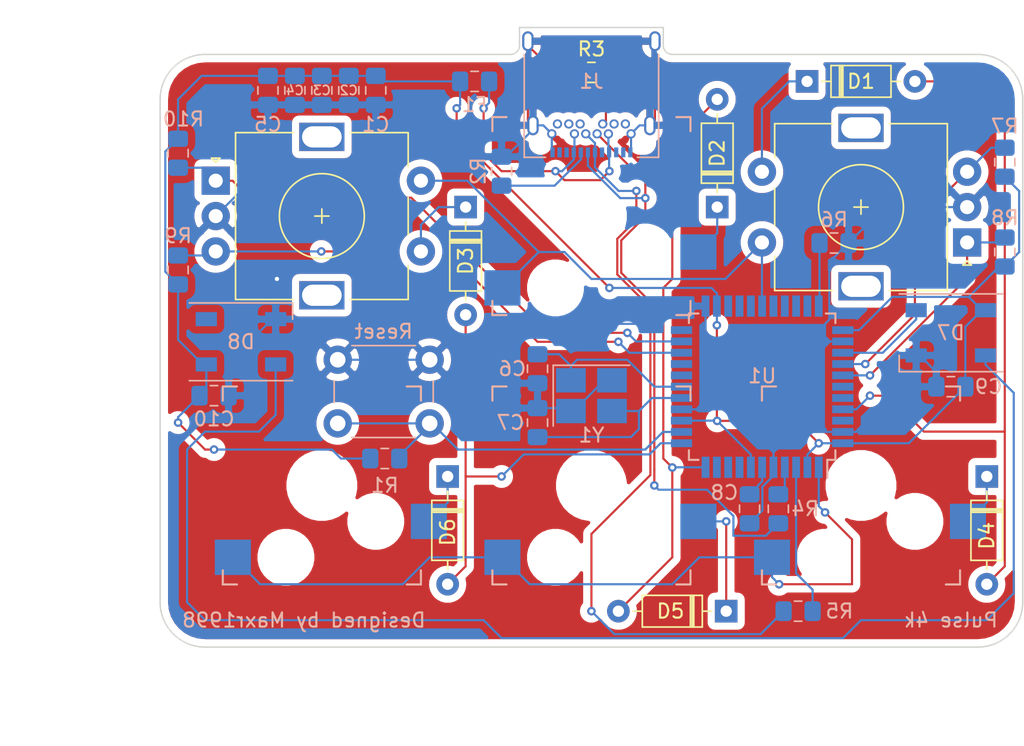
<source format=kicad_pcb>
(kicad_pcb (version 20171130) (host pcbnew 5.1.2)
  (layers (0 F.Cu signal) (31 B.Cu signal) (34 B.Paste user) (35 F.Paste user) (36 B.SilkS user) (37 F.SilkS user) (38 B.Mask user) (39 F.Mask user) (44 Edge.Cuts user))
  (net 0 "")
  (net 1 GND)
  (net 2 VBUS)
  (net 3 "Net-(C6-Pad2)")
  (net 4 "Net-(C7-Pad1)")
  (net 5 "Net-(C8-Pad1)")
  (net 6 col0)
  (net 7 "Net-(D1-Pad1)")
  (net 8 col1)
  (net 9 "Net-(D2-Pad1)")
  (net 10 col2)
  (net 11 "Net-(D3-Pad1)")
  (net 12 "Net-(D4-Pad1)")
  (net 13 "Net-(D5-Pad1)")
  (net 14 "Net-(D6-Pad1)")
  (net 15 led0)
  (net 16 "Net-(J1-PadB8)")
  (net 17 "Net-(J1-PadB5)")
  (net 18 "Net-(J1-PadA7)")
  (net 19 "Net-(J1-PadA6)")
  (net 20 "Net-(J1-PadA8)")
  (net 21 "Net-(J1-PadA5)")
  (net 22 "Net-(R1-Pad1)")
  (net 23 "Net-(R4-Pad1)")
  (net 24 "Net-(R5-Pad1)")
  (net 25 "Net-(R6-Pad2)")
  (net 26 row0)
  (net 27 row1)
  (net 28 "Net-(U1-Pad42)")
  (net 29 "Net-(U1-Pad22)")
  (net 30 "Net-(U1-Pad25)")
  (net 31 "Net-(U1-Pad19)")
  (net 32 "Net-(U1-Pad18)")
  (net 33 VCC)
  (net 34 "Net-(D7-Pad2)")
  (net 35 "Net-(D8-Pad2)")
  (net 36 "Net-(U1-Pad8)")
  (net 37 "Net-(U1-Pad9)")
  (net 38 "Net-(U1-Pad10)")
  (net 39 "Net-(U1-Pad26)")
  (net 40 "Net-(U1-Pad27)")
  (net 41 "Net-(U1-Pad29)")
  (net 42 "Net-(U1-Pad30)")
  (net 43 "Net-(U1-Pad31)")
  (net 44 "Net-(U1-Pad32)")
  (net 45 "Net-(U1-Pad39)")
  (net 46 "Net-(U1-Pad40)")
  (net 47 R1A)
  (net 48 R1B)
  (net 49 R2A)
  (net 50 R2B)
  (module keyswitches:Kailh_socket_plate_mount (layer F.Cu) (at 158.75 95.25 180)
    (fp_text reference SW4 hide)
    (fp_text value SW_Push)
    (pad 2 smd rect (at -7.56 -2.54 180) (size 2.55 2.5) (layers B.Cu B.Paste B.Mask) (net 9 "Net-(D2-Pad1)"))
    (pad "" np_thru_hole circle (at 0 0 180) (size 3.9878 3.9878) (drill 3.9878) (layers *.Cu *.Mask))
    (pad "" np_thru_hole circle (at -3.81 -2.54 180) (size 3 3) (drill 3) (layers *.Cu *.Mask))
    (pad "" np_thru_hole circle (at 2.54 -5.08 180) (size 3 3) (drill 3) (layers *.Cu *.Mask))
    (pad 1 smd rect (at 6.29 -5.08 180) (size 2.55 2.5) (layers B.Cu B.Paste B.Mask) (net 26 row0))
  )
  (module Resistor_SMD:R_0805_2012Metric_Pad1.15x1.40mm_HandSolder (layer B.Cu) (at 129.54 90.805 270)
    (fp_text reference R10 (at -2.413 -0.381 180) (layer B.SilkS) (effects (justify mirror)))
    (fp_text value 10k)
    (pad 2 smd roundrect (at 1.025 0 270) (size 1.15 1.4) (layers B.Cu B.Paste B.Mask) (roundrect_rratio 0.217391) (net 49 R2A))
    (pad 1 smd roundrect (at -1.025 0 270) (size 1.15 1.4) (layers B.Cu B.Paste B.Mask) (roundrect_rratio 0.217391) (net 33 VCC))
  )
  (module Resistor_SMD:R_0805_2012Metric_Pad1.15x1.40mm_HandSolder (layer B.Cu) (at 129.54 99.06 270)
    (fp_text reference R9 (at -2.413 0 180) (layer B.SilkS) (effects (justify mirror)))
    (fp_text value 10k)
    (pad 2 smd roundrect (at 1.025 0 270) (size 1.15 1.4) (layers B.Cu B.Paste B.Mask) (roundrect_rratio 0.217391) (net 33 VCC))
    (pad 1 smd roundrect (at -1.025 0 270) (size 1.15 1.4) (layers B.Cu B.Paste B.Mask) (roundrect_rratio 0.217391) (net 50 R2B))
  )
  (module Resistor_SMD:R_0805_2012Metric_Pad1.15x1.40mm_HandSolder (layer B.Cu) (at 187.96 97.79 90)
    (fp_text reference R8 (at 2.413 0 180) (layer B.SilkS) (effects (justify mirror)))
    (fp_text value 10k)
    (pad 2 smd roundrect (at 1.025 0 90) (size 1.15 1.4) (layers B.Cu B.Paste B.Mask) (roundrect_rratio 0.217391) (net 47 R1A))
    (pad 1 smd roundrect (at -1.025 0 90) (size 1.15 1.4) (layers B.Cu B.Paste B.Mask) (roundrect_rratio 0.217391) (net 33 VCC))
  )
  (module Resistor_SMD:R_0805_2012Metric_Pad1.15x1.40mm_HandSolder (layer B.Cu) (at 187.96 91.44 270)
    (fp_text reference R7 (at -2.54 0 180) (layer B.SilkS) (effects (justify mirror)))
    (fp_text value 10k)
    (pad 2 smd roundrect (at 1.025 0 270) (size 1.15 1.4) (layers B.Cu B.Paste B.Mask) (roundrect_rratio 0.217391) (net 33 VCC))
    (pad 1 smd roundrect (at -1.025 0 270) (size 1.15 1.4) (layers B.Cu B.Paste B.Mask) (roundrect_rratio 0.217391) (net 48 R1B))
  )
  (module Crystal:Crystal_SMD_SeikoEpson_TSX3225-4Pin_3.2x2.5mm_HandSoldering (layer B.Cu) (at 158.75 107.95)
    (fp_text reference Y1 (at 0 2.794) (layer B.SilkS) (effects (justify mirror)))
    (fp_text value TSX3225)
    (pad 4 smd rect (at -1.45 1.0875) (size 2.1 1.725) (layers B.Cu B.Paste B.Mask) (net 1 GND))
    (pad 3 smd rect (at 1.45 1.0875) (size 2.1 1.725) (layers B.Cu B.Paste B.Mask) (net 4 "Net-(C7-Pad1)"))
    (pad 2 smd rect (at 1.45 -1.0875) (size 2.1 1.725) (layers B.Cu B.Paste B.Mask) (net 1 GND))
    (pad 1 smd rect (at -1.45 -1.0875) (size 2.1 1.725) (layers B.Cu B.Paste B.Mask) (net 3 "Net-(C6-Pad2)"))
  )
  (module Package_QFP:TQFP-44_10x10mm_P0.8mm (layer B.Cu) (at 170.815 107.315 90)
    (fp_text reference U1 (at 0.762 0 180) (layer B.SilkS) (effects (justify mirror)))
    (fp_text value ATmega32U4-AU)
    (pad 44 smd rect (at -4 5.7) (size 1.5 0.55) (layers B.Cu B.Paste B.Mask) (net 33 VCC))
    (pad 43 smd rect (at -3.2 5.7) (size 1.5 0.55) (layers B.Cu B.Paste B.Mask) (net 1 GND))
    (pad 42 smd rect (at -2.4 5.7) (size 1.5 0.55) (layers B.Cu B.Paste B.Mask) (net 28 "Net-(U1-Pad42)"))
    (pad 41 smd rect (at -1.6 5.7) (size 1.5 0.55) (layers B.Cu B.Paste B.Mask) (net 6 col0))
    (pad 40 smd rect (at -0.8 5.7) (size 1.5 0.55) (layers B.Cu B.Paste B.Mask) (net 46 "Net-(U1-Pad40)"))
    (pad 39 smd rect (at 0 5.7) (size 1.5 0.55) (layers B.Cu B.Paste B.Mask) (net 45 "Net-(U1-Pad39)"))
    (pad 38 smd rect (at 0.8 5.7) (size 1.5 0.55) (layers B.Cu B.Paste B.Mask) (net 47 R1A))
    (pad 37 smd rect (at 1.6 5.7) (size 1.5 0.55) (layers B.Cu B.Paste B.Mask) (net 48 R1B))
    (pad 36 smd rect (at 2.4 5.7) (size 1.5 0.55) (layers B.Cu B.Paste B.Mask) (net 15 led0))
    (pad 35 smd rect (at 3.2 5.7) (size 1.5 0.55) (layers B.Cu B.Paste B.Mask) (net 1 GND))
    (pad 34 smd rect (at 4 5.7) (size 1.5 0.55) (layers B.Cu B.Paste B.Mask) (net 33 VCC))
    (pad 33 smd rect (at 5.7 4 90) (size 1.5 0.55) (layers B.Cu B.Paste B.Mask) (net 25 "Net-(R6-Pad2)"))
    (pad 32 smd rect (at 5.7 3.2 90) (size 1.5 0.55) (layers B.Cu B.Paste B.Mask) (net 44 "Net-(U1-Pad32)"))
    (pad 31 smd rect (at 5.7 2.4 90) (size 1.5 0.55) (layers B.Cu B.Paste B.Mask) (net 43 "Net-(U1-Pad31)"))
    (pad 30 smd rect (at 5.7 1.6 90) (size 1.5 0.55) (layers B.Cu B.Paste B.Mask) (net 42 "Net-(U1-Pad30)"))
    (pad 29 smd rect (at 5.7 0.8 90) (size 1.5 0.55) (layers B.Cu B.Paste B.Mask) (net 41 "Net-(U1-Pad29)"))
    (pad 28 smd rect (at 5.7 0 90) (size 1.5 0.55) (layers B.Cu B.Paste B.Mask) (net 26 row0))
    (pad 27 smd rect (at 5.7 -0.8 90) (size 1.5 0.55) (layers B.Cu B.Paste B.Mask) (net 40 "Net-(U1-Pad27)"))
    (pad 26 smd rect (at 5.7 -1.6 90) (size 1.5 0.55) (layers B.Cu B.Paste B.Mask) (net 39 "Net-(U1-Pad26)"))
    (pad 25 smd rect (at 5.7 -2.4 90) (size 1.5 0.55) (layers B.Cu B.Paste B.Mask) (net 30 "Net-(U1-Pad25)"))
    (pad 24 smd rect (at 5.7 -3.2 90) (size 1.5 0.55) (layers B.Cu B.Paste B.Mask) (net 33 VCC))
    (pad 23 smd rect (at 5.7 -4 90) (size 1.5 0.55) (layers B.Cu B.Paste B.Mask) (net 1 GND))
    (pad 22 smd rect (at 4 -5.7) (size 1.5 0.55) (layers B.Cu B.Paste B.Mask) (net 29 "Net-(U1-Pad22)"))
    (pad 21 smd rect (at 3.2 -5.7) (size 1.5 0.55) (layers B.Cu B.Paste B.Mask) (net 49 R2A))
    (pad 20 smd rect (at 2.4 -5.7) (size 1.5 0.55) (layers B.Cu B.Paste B.Mask) (net 50 R2B))
    (pad 19 smd rect (at 1.6 -5.7) (size 1.5 0.55) (layers B.Cu B.Paste B.Mask) (net 31 "Net-(U1-Pad19)"))
    (pad 18 smd rect (at 0.8 -5.7) (size 1.5 0.55) (layers B.Cu B.Paste B.Mask) (net 32 "Net-(U1-Pad18)"))
    (pad 17 smd rect (at 0 -5.7) (size 1.5 0.55) (layers B.Cu B.Paste B.Mask) (net 3 "Net-(C6-Pad2)"))
    (pad 16 smd rect (at -0.8 -5.7) (size 1.5 0.55) (layers B.Cu B.Paste B.Mask) (net 4 "Net-(C7-Pad1)"))
    (pad 15 smd rect (at -1.6 -5.7) (size 1.5 0.55) (layers B.Cu B.Paste B.Mask) (net 1 GND))
    (pad 14 smd rect (at -2.4 -5.7) (size 1.5 0.55) (layers B.Cu B.Paste B.Mask) (net 33 VCC))
    (pad 13 smd rect (at -3.2 -5.7) (size 1.5 0.55) (layers B.Cu B.Paste B.Mask) (net 22 "Net-(R1-Pad1)"))
    (pad 12 smd rect (at -4 -5.7) (size 1.5 0.55) (layers B.Cu B.Paste B.Mask) (net 10 col2))
    (pad 11 smd rect (at -5.7 -4 90) (size 1.5 0.55) (layers B.Cu B.Paste B.Mask) (net 8 col1))
    (pad 10 smd rect (at -5.7 -3.2 90) (size 1.5 0.55) (layers B.Cu B.Paste B.Mask) (net 38 "Net-(U1-Pad10)"))
    (pad 9 smd rect (at -5.7 -2.4 90) (size 1.5 0.55) (layers B.Cu B.Paste B.Mask) (net 37 "Net-(U1-Pad9)"))
    (pad 8 smd rect (at -5.7 -1.6 90) (size 1.5 0.55) (layers B.Cu B.Paste B.Mask) (net 36 "Net-(U1-Pad8)"))
    (pad 7 smd rect (at -5.7 -0.8 90) (size 1.5 0.55) (layers B.Cu B.Paste B.Mask) (net 33 VCC))
    (pad 6 smd rect (at -5.7 0 90) (size 1.5 0.55) (layers B.Cu B.Paste B.Mask) (net 5 "Net-(C8-Pad1)"))
    (pad 5 smd rect (at -5.7 0.8 90) (size 1.5 0.55) (layers B.Cu B.Paste B.Mask) (net 1 GND))
    (pad 4 smd rect (at -5.7 1.6 90) (size 1.5 0.55) (layers B.Cu B.Paste B.Mask) (net 23 "Net-(R4-Pad1)"))
    (pad 3 smd rect (at -5.7 2.4 90) (size 1.5 0.55) (layers B.Cu B.Paste B.Mask) (net 24 "Net-(R5-Pad1)"))
    (pad 2 smd rect (at -5.7 3.2 90) (size 1.5 0.55) (layers B.Cu B.Paste B.Mask) (net 33 VCC))
    (pad 1 smd rect (at -5.7 4 90) (size 1.5 0.55) (layers B.Cu B.Paste B.Mask) (net 27 row1))
  )
  (module keyswitches:Kailh_socket_plate_mount (layer F.Cu) (at 139.7 114.3 180)
    (fp_text reference SW7 hide)
    (fp_text value SW_Push)
    (pad 2 smd rect (at -7.56 -2.54 180) (size 2.55 2.5) (layers B.Cu B.Paste B.Mask) (net 14 "Net-(D6-Pad1)"))
    (pad "" np_thru_hole circle (at 0 0 180) (size 3.9878 3.9878) (drill 3.9878) (layers *.Cu *.Mask))
    (pad "" np_thru_hole circle (at -3.81 -2.54 180) (size 3 3) (drill 3) (layers *.Cu *.Mask))
    (pad "" np_thru_hole circle (at 2.54 -5.08 180) (size 3 3) (drill 3) (layers *.Cu *.Mask))
    (pad 1 smd rect (at 6.29 -5.08 180) (size 2.55 2.5) (layers B.Cu B.Paste B.Mask) (net 27 row1))
  )
  (module keyswitches:Kailh_socket_plate_mount (layer F.Cu) (at 158.75 114.3 180)
    (fp_text reference SW6 hide)
    (fp_text value SW_Push)
    (pad 2 smd rect (at -7.56 -2.54 180) (size 2.55 2.5) (layers B.Cu B.Paste B.Mask) (net 13 "Net-(D5-Pad1)"))
    (pad "" np_thru_hole circle (at 0 0 180) (size 3.9878 3.9878) (drill 3.9878) (layers *.Cu *.Mask))
    (pad "" np_thru_hole circle (at -3.81 -2.54 180) (size 3 3) (drill 3) (layers *.Cu *.Mask))
    (pad "" np_thru_hole circle (at 2.54 -5.08 180) (size 3 3) (drill 3) (layers *.Cu *.Mask))
    (pad 1 smd rect (at 6.29 -5.08 180) (size 2.55 2.5) (layers B.Cu B.Paste B.Mask) (net 27 row1))
  )
  (module keyswitches:Kailh_socket_plate_mount (layer F.Cu) (at 177.8 114.3 180)
    (fp_text reference SW5 hide)
    (fp_text value SW_Push)
    (pad 2 smd rect (at -7.56 -2.54 180) (size 2.55 2.5) (layers B.Cu B.Paste B.Mask) (net 12 "Net-(D4-Pad1)"))
    (pad "" np_thru_hole circle (at 0 0 180) (size 3.9878 3.9878) (drill 3.9878) (layers *.Cu *.Mask))
    (pad "" np_thru_hole circle (at -3.81 -2.54 180) (size 3 3) (drill 3) (layers *.Cu *.Mask))
    (pad "" np_thru_hole circle (at 2.54 -5.08 180) (size 3 3) (drill 3) (layers *.Cu *.Mask))
    (pad 1 smd rect (at 6.29 -5.08 180) (size 2.55 2.5) (layers B.Cu B.Paste B.Mask) (net 27 row1))
  )
  (module Rotary_Encoder:RotaryEncoder_Alps_EC11E-Switch_Vertical_H20mm (layer F.Cu) (at 132.2 92.75)
    (fp_text reference SW3 hide)
    (fp_text value EC11)
    (pad A thru_hole rect (at 0 0) (size 2 2) (drill 1) (layers *.Cu *.Mask) (net 49 R2A))
    (pad C thru_hole circle (at 0 2.5) (size 2 2) (drill 1) (layers *.Cu *.Mask) (net 1 GND))
    (pad B thru_hole circle (at 0 5) (size 2 2) (drill 1) (layers *.Cu *.Mask) (net 50 R2B))
    (pad MP thru_hole rect (at 7.5 -3.1) (size 3.2 2) (drill oval 2.8 1.5) (layers *.Cu *.Mask))
    (pad MP thru_hole rect (at 7.5 8.1) (size 3.2 2) (drill oval 2.8 1.5) (layers *.Cu *.Mask))
    (pad S2 thru_hole circle (at 14.5 0) (size 2 2) (drill 1) (layers *.Cu *.Mask) (net 26 row0))
    (pad S1 thru_hole circle (at 14.5 5) (size 2 2) (drill 1) (layers *.Cu *.Mask) (net 11 "Net-(D3-Pad1)"))
  )
  (module Rotary_Encoder:RotaryEncoder_Alps_EC11E-Switch_Vertical_H20mm (layer F.Cu) (at 185.3 97.115 180)
    (fp_text reference SW2)
    (fp_text value EC11)
    (pad A thru_hole rect (at 0 0 180) (size 2 2) (drill 1) (layers *.Cu *.Mask) (net 47 R1A))
    (pad C thru_hole circle (at 0 2.5 180) (size 2 2) (drill 1) (layers *.Cu *.Mask) (net 1 GND))
    (pad B thru_hole circle (at 0 5 180) (size 2 2) (drill 1) (layers *.Cu *.Mask) (net 48 R1B))
    (pad MP thru_hole rect (at 7.5 -3.1 180) (size 3.2 2) (drill oval 2.8 1.5) (layers *.Cu *.Mask))
    (pad MP thru_hole rect (at 7.5 8.1 180) (size 3.2 2) (drill oval 2.8 1.5) (layers *.Cu *.Mask))
    (pad S2 thru_hole circle (at 14.5 0 180) (size 2 2) (drill 1) (layers *.Cu *.Mask) (net 26 row0))
    (pad S1 thru_hole circle (at 14.5 5 180) (size 2 2) (drill 1) (layers *.Cu *.Mask) (net 7 "Net-(D1-Pad1)"))
  )
  (module Button_Switch_THT:SW_PUSH_6mm (layer B.Cu) (at 147.32 105.41 180)
    (fp_text reference Reset (at 3.25 2) (layer B.SilkS) (effects (justify mirror)))
    (fp_text value Reset)
    (pad 1 thru_hole circle (at 6.5 0 90) (size 2 2) (drill 1.1) (layers *.Cu *.Mask) (net 1 GND))
    (pad 2 thru_hole circle (at 6.5 -4.5 90) (size 2 2) (drill 1.1) (layers *.Cu *.Mask) (net 22 "Net-(R1-Pad1)"))
    (pad 1 thru_hole circle (at 0 0 90) (size 2 2) (drill 1.1) (layers *.Cu *.Mask) (net 1 GND))
    (pad 2 thru_hole circle (at 0 -4.5 90) (size 2 2) (drill 1.1) (layers *.Cu *.Mask) (net 22 "Net-(R1-Pad1)"))
  )
  (module Resistor_SMD:R_0805_2012Metric_Pad1.15x1.40mm_HandSolder (layer B.Cu) (at 175.895 97.155 180)
    (fp_text reference R6 (at 0 1.65) (layer B.SilkS) (effects (justify mirror)))
    (fp_text value 10k)
    (pad 2 smd roundrect (at 1.025 0 180) (size 1.15 1.4) (layers B.Cu B.Paste B.Mask) (roundrect_rratio 0.217391) (net 25 "Net-(R6-Pad2)"))
    (pad 1 smd roundrect (at -1.025 0 180) (size 1.15 1.4) (layers B.Cu B.Paste B.Mask) (roundrect_rratio 0.217391) (net 1 GND))
  )
  (module Resistor_SMD:R_0805_2012Metric_Pad1.15x1.40mm_HandSolder (layer B.Cu) (at 173.355 123.19 180)
    (fp_text reference R5 (at -2.921 0) (layer B.SilkS) (effects (justify mirror)))
    (fp_text value 22)
    (pad 2 smd roundrect (at 1.025 0 180) (size 1.15 1.4) (layers B.Cu B.Paste B.Mask) (roundrect_rratio 0.217391) (net 18 "Net-(J1-PadA7)"))
    (pad 1 smd roundrect (at -1.025 0 180) (size 1.15 1.4) (layers B.Cu B.Paste B.Mask) (roundrect_rratio 0.217391) (net 24 "Net-(R5-Pad1)"))
  )
  (module Resistor_SMD:R_0805_2012Metric_Pad1.15x1.40mm_HandSolder (layer B.Cu) (at 171.958 115.951 270)
    (fp_text reference R4 (at 0 -1.905 180) (layer B.SilkS) (effects (justify mirror)))
    (fp_text value 22)
    (pad 2 smd roundrect (at 1.025 0 270) (size 1.15 1.4) (layers B.Cu B.Paste B.Mask) (roundrect_rratio 0.217391) (net 19 "Net-(J1-PadA6)"))
    (pad 1 smd roundrect (at -1.025 0 270) (size 1.15 1.4) (layers B.Cu B.Paste B.Mask) (roundrect_rratio 0.217391) (net 23 "Net-(R4-Pad1)"))
  )
  (module Resistor_SMD:R_0805_2012Metric_Pad1.15x1.40mm_HandSolder (layer F.Cu) (at 158.75 85.09)
    (fp_text reference R3 (at 0 -1.65) (layer F.SilkS))
    (fp_text value 5.1k)
    (pad 2 smd roundrect (at 1.025 0) (size 1.15 1.4) (layers F.Cu F.Paste F.Mask) (roundrect_rratio 0.217391) (net 17 "Net-(J1-PadB5)"))
    (pad 1 smd roundrect (at -1.025 0) (size 1.15 1.4) (layers F.Cu F.Paste F.Mask) (roundrect_rratio 0.217391) (net 1 GND))
  )
  (module Resistor_SMD:R_0805_2012Metric_Pad1.15x1.40mm_HandSolder (layer B.Cu) (at 152.4 92.075 270)
    (fp_text reference R2 (at 0 1.65 270) (layer B.SilkS) (effects (justify mirror)))
    (fp_text value 5.1k)
    (pad 2 smd roundrect (at 1.025 0 270) (size 1.15 1.4) (layers B.Cu B.Paste B.Mask) (roundrect_rratio 0.217391) (net 21 "Net-(J1-PadA5)"))
    (pad 1 smd roundrect (at -1.025 0 270) (size 1.15 1.4) (layers B.Cu B.Paste B.Mask) (roundrect_rratio 0.217391) (net 1 GND))
  )
  (module Resistor_SMD:R_0805_2012Metric_Pad1.15x1.40mm_HandSolder (layer B.Cu) (at 144.145 112.395 180)
    (fp_text reference R1 (at 0 -1.905) (layer B.SilkS) (effects (justify mirror)))
    (fp_text value 10k)
    (pad 2 smd roundrect (at 1.025 0 180) (size 1.15 1.4) (layers B.Cu B.Paste B.Mask) (roundrect_rratio 0.217391) (net 33 VCC))
    (pad 1 smd roundrect (at -1.025 0 180) (size 1.15 1.4) (layers B.Cu B.Paste B.Mask) (roundrect_rratio 0.217391) (net 22 "Net-(R1-Pad1)"))
  )
  (module Connector_USB:USB_C_Receptacle_Amphenol_12401548E4-2A (layer B.Cu) (at 158.75 85.725)
    (fp_text reference J1 (at 0 0) (layer B.SilkS) (effects (justify mirror)))
    (fp_text value USB_C_Receptacle_USB2.0)
    (pad B11 thru_hole circle (at -2.4 3.01) (size 0.65 0.65) (drill 0.4) (layers *.Cu *.Mask))
    (pad B10 thru_hole circle (at -1.6 3.01) (size 0.65 0.65) (drill 0.4) (layers *.Cu *.Mask))
    (pad B8 thru_hole circle (at -0.8 3.01) (size 0.65 0.65) (drill 0.4) (layers *.Cu *.Mask) (net 16 "Net-(J1-PadB8)"))
    (pad B5 thru_hole circle (at 0.8 3.01) (size 0.65 0.65) (drill 0.4) (layers *.Cu *.Mask) (net 17 "Net-(J1-PadB5)"))
    (pad B3 thru_hole circle (at 1.6 3.01) (size 0.65 0.65) (drill 0.4) (layers *.Cu *.Mask))
    (pad B2 thru_hole circle (at 2.4 3.01) (size 0.65 0.65) (drill 0.4) (layers *.Cu *.Mask))
    (pad B12 thru_hole circle (at -2.8 3.71) (size 0.65 0.65) (drill 0.4) (layers *.Cu *.Mask) (net 1 GND))
    (pad B9 thru_hole circle (at -1.2 3.71) (size 0.65 0.65) (drill 0.4) (layers *.Cu *.Mask) (net 2 VBUS))
    (pad B7 thru_hole circle (at -0.4 3.71) (size 0.65 0.65) (drill 0.4) (layers *.Cu *.Mask) (net 18 "Net-(J1-PadA7)"))
    (pad B6 thru_hole circle (at 0.4 3.71) (size 0.65 0.65) (drill 0.4) (layers *.Cu *.Mask) (net 19 "Net-(J1-PadA6)"))
    (pad B4 thru_hole circle (at 1.2 3.71) (size 0.65 0.65) (drill 0.4) (layers *.Cu *.Mask) (net 2 VBUS))
    (pad B1 thru_hole circle (at 2.8 3.71) (size 0.65 0.65) (drill 0.4) (layers *.Cu *.Mask) (net 1 GND))
    (pad "" np_thru_hole circle (at -3.6 4.36) (size 0.65 0.65) (drill 0.65) (layers *.Cu *.Mask))
    (pad "" np_thru_hole oval (at 3.6 4.36) (size 0.95 0.65) (drill oval 0.95 0.65) (layers *.Cu *.Mask))
    (pad S1 thru_hole oval (at -4.49 -2.84) (size 0.8 1.4) (drill oval 0.5 1.1) (layers *.Cu *.Mask) (net 1 GND))
    (pad S1 thru_hole oval (at 4.49 -2.84) (size 0.8 1.4) (drill oval 0.5 1.1) (layers *.Cu *.Mask) (net 1 GND))
    (pad S1 thru_hole oval (at 4.13 3.11) (size 0.8 1.4) (drill oval 0.5 1.1) (layers *.Cu *.Mask) (net 1 GND))
    (pad A11 smd rect (at 2.25 5.02) (size 0.3 0.7) (layers B.Cu B.Paste B.Mask))
    (pad A8 smd rect (at 0.75 5.02) (size 0.3 0.7) (layers B.Cu B.Paste B.Mask) (net 20 "Net-(J1-PadA8)"))
    (pad A9 smd rect (at 1.25 5.02) (size 0.3 0.7) (layers B.Cu B.Paste B.Mask) (net 2 VBUS))
    (pad A10 smd rect (at 1.75 5.02) (size 0.3 0.7) (layers B.Cu B.Paste B.Mask))
    (pad A12 smd rect (at 2.75 5.02) (size 0.3 0.7) (layers B.Cu B.Paste B.Mask) (net 1 GND))
    (pad A7 smd rect (at 0.25 5.02) (size 0.3 0.7) (layers B.Cu B.Paste B.Mask) (net 18 "Net-(J1-PadA7)"))
    (pad A6 smd rect (at -0.25 5.02) (size 0.3 0.7) (layers B.Cu B.Paste B.Mask) (net 19 "Net-(J1-PadA6)"))
    (pad A5 smd rect (at -0.75 5.02) (size 0.3 0.7) (layers B.Cu B.Paste B.Mask) (net 21 "Net-(J1-PadA5)"))
    (pad A4 smd rect (at -1.25 5.02) (size 0.3 0.7) (layers B.Cu B.Paste B.Mask) (net 2 VBUS))
    (pad A3 smd rect (at -1.75 5.02) (size 0.3 0.7) (layers B.Cu B.Paste B.Mask))
    (pad A2 smd rect (at -2.25 5.02) (size 0.3 0.7) (layers B.Cu B.Paste B.Mask))
    (pad A1 smd rect (at -2.75 5.02) (size 0.3 0.7) (layers B.Cu B.Paste B.Mask) (net 1 GND))
    (pad S1 thru_hole oval (at -4.13 3.11) (size 0.8 1.4) (drill oval 0.5 1.1) (layers *.Cu *.Mask) (net 1 GND))
  )
  (module Fuse:Fuse_0805_2012Metric_Pad1.15x1.40mm_HandSolder (layer B.Cu) (at 150.495 85.725)
    (fp_text reference F1 (at 0 1.65) (layer B.SilkS) (effects (justify mirror)))
    (fp_text value 500mA)
    (pad 2 smd roundrect (at 1.025 0) (size 1.15 1.4) (layers B.Cu B.Paste B.Mask) (roundrect_rratio 0.217391) (net 2 VBUS))
    (pad 1 smd roundrect (at -1.025 0) (size 1.15 1.4) (layers B.Cu B.Paste B.Mask) (roundrect_rratio 0.217391) (net 33 VCC))
  )
  (module LED_SMD:LED_WS2812B_PLCC4_5.0x5.0mm_P3.2mm (layer B.Cu) (at 133.985 104.14)
    (fp_text reference D8 (at 0 0) (layer B.SilkS) (effects (justify mirror)))
    (fp_text value WS2812B)
    (pad 1 smd rect (at -2.45 1.6) (size 1.5 1) (layers B.Cu B.Paste B.Mask) (net 33 VCC))
    (pad 2 smd rect (at -2.45 -1.6) (size 1.5 1) (layers B.Cu B.Paste B.Mask) (net 35 "Net-(D8-Pad2)"))
    (pad 4 smd rect (at 2.45 1.6) (size 1.5 1) (layers B.Cu B.Paste B.Mask) (net 34 "Net-(D7-Pad2)"))
    (pad 3 smd rect (at 2.45 -1.6) (size 1.5 1) (layers B.Cu B.Paste B.Mask) (net 1 GND))
  )
  (module LED_SMD:LED_WS2812B_PLCC4_5.0x5.0mm_P3.2mm (layer B.Cu) (at 184.15 103.505 180)
    (fp_text reference D7 (at 0 0) (layer B.SilkS) (effects (justify mirror)))
    (fp_text value WS2812B)
    (pad 1 smd rect (at -2.45 1.6 180) (size 1.5 1) (layers B.Cu B.Paste B.Mask) (net 33 VCC))
    (pad 2 smd rect (at -2.45 -1.6 180) (size 1.5 1) (layers B.Cu B.Paste B.Mask) (net 34 "Net-(D7-Pad2)"))
    (pad 4 smd rect (at 2.45 1.6 180) (size 1.5 1) (layers B.Cu B.Paste B.Mask) (net 15 led0))
    (pad 3 smd rect (at 2.45 -1.6 180) (size 1.5 1) (layers B.Cu B.Paste B.Mask) (net 1 GND))
  )
  (module Diode_THT:D_DO-35_SOD27_P7.62mm_Horizontal (layer F.Cu) (at 148.59 113.665 270)
    (fp_text reference D6 (at 3.937 0 90) (layer F.SilkS))
    (fp_text value 1N4148)
    (pad 2 thru_hole oval (at 7.62 0 270) (size 1.6 1.6) (drill 0.8) (layers *.Cu *.Mask) (net 10 col2))
    (pad 1 thru_hole rect (at 0 0 270) (size 1.6 1.6) (drill 0.8) (layers *.Cu *.Mask) (net 14 "Net-(D6-Pad1)"))
  )
  (module Diode_THT:D_DO-35_SOD27_P7.62mm_Horizontal (layer F.Cu) (at 168.275 123.19 180)
    (fp_text reference D5 (at 3.937 0) (layer F.SilkS))
    (fp_text value 1N4148)
    (pad 2 thru_hole oval (at 7.62 0 180) (size 1.6 1.6) (drill 0.8) (layers *.Cu *.Mask) (net 8 col1))
    (pad 1 thru_hole rect (at 0 0 180) (size 1.6 1.6) (drill 0.8) (layers *.Cu *.Mask) (net 13 "Net-(D5-Pad1)"))
  )
  (module Diode_THT:D_DO-35_SOD27_P7.62mm_Horizontal (layer F.Cu) (at 186.69 113.665 270)
    (fp_text reference D4 (at 4.191 0 90) (layer F.SilkS))
    (fp_text value 1N4148)
    (pad 2 thru_hole oval (at 7.62 0 270) (size 1.6 1.6) (drill 0.8) (layers *.Cu *.Mask) (net 6 col0))
    (pad 1 thru_hole rect (at 0 0 270) (size 1.6 1.6) (drill 0.8) (layers *.Cu *.Mask) (net 12 "Net-(D4-Pad1)"))
  )
  (module Diode_THT:D_DO-35_SOD27_P7.62mm_Horizontal (layer F.Cu) (at 149.86 94.615 270)
    (fp_text reference D3 (at 3.81 0 90) (layer F.SilkS))
    (fp_text value 1N4148)
    (pad 2 thru_hole oval (at 7.62 0 270) (size 1.6 1.6) (drill 0.8) (layers *.Cu *.Mask) (net 10 col2))
    (pad 1 thru_hole rect (at 0 0 270) (size 1.6 1.6) (drill 0.8) (layers *.Cu *.Mask) (net 11 "Net-(D3-Pad1)"))
  )
  (module Diode_THT:D_DO-35_SOD27_P7.62mm_Horizontal (layer F.Cu) (at 167.64 94.615 90)
    (fp_text reference D2 (at 3.81 0 90) (layer F.SilkS))
    (fp_text value 1N4148)
    (pad 2 thru_hole oval (at 7.62 0 90) (size 1.6 1.6) (drill 0.8) (layers *.Cu *.Mask) (net 8 col1))
    (pad 1 thru_hole rect (at 0 0 90) (size 1.6 1.6) (drill 0.8) (layers *.Cu *.Mask) (net 9 "Net-(D2-Pad1)"))
  )
  (module Diode_THT:D_DO-35_SOD27_P7.62mm_Horizontal (layer F.Cu) (at 173.99 85.725)
    (fp_text reference D1 (at 3.81 0) (layer F.SilkS))
    (fp_text value 1N4148)
    (pad 2 thru_hole oval (at 7.62 0) (size 1.6 1.6) (drill 0.8) (layers *.Cu *.Mask) (net 6 col0))
    (pad 1 thru_hole rect (at 0 0) (size 1.6 1.6) (drill 0.8) (layers *.Cu *.Mask) (net 7 "Net-(D1-Pad1)"))
  )
  (module Capacitor_SMD:C_0805_2012Metric_Pad1.15x1.40mm_HandSolder (layer B.Cu) (at 132.08 107.95)
    (fp_text reference C10 (at 0 1.65) (layer B.SilkS) (effects (justify mirror)))
    (fp_text value 100nF)
    (pad 2 smd roundrect (at 1.025 0) (size 1.15 1.4) (layers B.Cu B.Paste B.Mask) (roundrect_rratio 0.217391) (net 1 GND))
    (pad 1 smd roundrect (at -1.025 0) (size 1.15 1.4) (layers B.Cu B.Paste B.Mask) (roundrect_rratio 0.217391) (net 33 VCC))
  )
  (module Capacitor_SMD:C_0805_2012Metric_Pad1.15x1.40mm_HandSolder (layer B.Cu) (at 184.15 107.315 180)
    (fp_text reference C9 (at -2.667 0) (layer B.SilkS) (effects (justify mirror)))
    (fp_text value 100nF)
    (pad 2 smd roundrect (at 1.025 0 180) (size 1.15 1.4) (layers B.Cu B.Paste B.Mask) (roundrect_rratio 0.217391) (net 1 GND))
    (pad 1 smd roundrect (at -1.025 0 180) (size 1.15 1.4) (layers B.Cu B.Paste B.Mask) (roundrect_rratio 0.217391) (net 33 VCC))
  )
  (module Capacitor_SMD:C_0805_2012Metric_Pad1.15x1.40mm_HandSolder (layer B.Cu) (at 169.926 115.951 270)
    (fp_text reference C8 (at -1.143 1.778) (layer B.SilkS) (effects (justify mirror)))
    (fp_text value 1uF)
    (pad 2 smd roundrect (at 1.025 0 270) (size 1.15 1.4) (layers B.Cu B.Paste B.Mask) (roundrect_rratio 0.217391) (net 1 GND))
    (pad 1 smd roundrect (at -1.025 0 270) (size 1.15 1.4) (layers B.Cu B.Paste B.Mask) (roundrect_rratio 0.217391) (net 5 "Net-(C8-Pad1)"))
  )
  (module Capacitor_SMD:C_0805_2012Metric_Pad1.15x1.40mm_HandSolder (layer B.Cu) (at 154.94 109.855 90)
    (fp_text reference C7 (at 0 -1.905 180) (layer B.SilkS) (effects (justify mirror)))
    (fp_text value 22pF)
    (pad 2 smd roundrect (at 1.025 0 90) (size 1.15 1.4) (layers B.Cu B.Paste B.Mask) (roundrect_rratio 0.217391) (net 1 GND))
    (pad 1 smd roundrect (at -1.025 0 90) (size 1.15 1.4) (layers B.Cu B.Paste B.Mask) (roundrect_rratio 0.217391) (net 4 "Net-(C7-Pad1)"))
  )
  (module Capacitor_SMD:C_0805_2012Metric_Pad1.15x1.40mm_HandSolder (layer B.Cu) (at 154.94 106.045 90)
    (fp_text reference C6 (at 0 -1.778) (layer B.SilkS) (effects (justify mirror)))
    (fp_text value 22pF)
    (pad 2 smd roundrect (at 1.025 0 90) (size 1.15 1.4) (layers B.Cu B.Paste B.Mask) (roundrect_rratio 0.217391) (net 3 "Net-(C6-Pad2)"))
    (pad 1 smd roundrect (at -1.025 0 90) (size 1.15 1.4) (layers B.Cu B.Paste B.Mask) (roundrect_rratio 0.217391) (net 1 GND))
  )
  (module Capacitor_SMD:C_0805_2012Metric_Pad1.15x1.40mm_HandSolder (layer B.Cu) (at 135.89 86.36 270)
    (fp_text reference C5 (at 2.413 0 180) (layer B.SilkS) (effects (justify mirror)))
    (fp_text value 4.7uF)
    (pad 2 smd roundrect (at 1.025 0 270) (size 1.15 1.4) (layers B.Cu B.Paste B.Mask) (roundrect_rratio 0.217391) (net 1 GND))
    (pad 1 smd roundrect (at -1.025 0 270) (size 1.15 1.4) (layers B.Cu B.Paste B.Mask) (roundrect_rratio 0.217391) (net 33 VCC))
  )
  (module Capacitor_SMD:C_0805_2012Metric_Pad1.15x1.40mm_HandSolder (layer B.Cu) (at 137.795 86.36 270)
    (fp_text reference C4 (at 0 0 180) (layer B.SilkS) (effects (font (size 0.65 0.65) (thickness 0.12)) (justify mirror)))
    (fp_text value 0.1uF)
    (pad 2 smd roundrect (at 1.025 0 270) (size 1.15 1.4) (layers B.Cu B.Paste B.Mask) (roundrect_rratio 0.217391) (net 1 GND))
    (pad 1 smd roundrect (at -1.025 0 270) (size 1.15 1.4) (layers B.Cu B.Paste B.Mask) (roundrect_rratio 0.217391) (net 33 VCC))
  )
  (module Capacitor_SMD:C_0805_2012Metric_Pad1.15x1.40mm_HandSolder (layer B.Cu) (at 139.7 86.36 270)
    (fp_text reference C3 (at 0 0 180) (layer B.SilkS) (effects (font (size 0.65 0.65) (thickness 0.12)) (justify mirror)))
    (fp_text value 0.1uF)
    (pad 2 smd roundrect (at 1.025 0 270) (size 1.15 1.4) (layers B.Cu B.Paste B.Mask) (roundrect_rratio 0.217391) (net 1 GND))
    (pad 1 smd roundrect (at -1.025 0 270) (size 1.15 1.4) (layers B.Cu B.Paste B.Mask) (roundrect_rratio 0.217391) (net 33 VCC))
  )
  (module Capacitor_SMD:C_0805_2012Metric_Pad1.15x1.40mm_HandSolder (layer B.Cu) (at 141.605 86.36 270)
    (fp_text reference C2 (at 0 0 180) (layer B.SilkS) (effects (font (size 0.65 0.65) (thickness 0.12)) (justify mirror)))
    (fp_text value 0.1uF)
    (pad 2 smd roundrect (at 1.025 0 270) (size 1.15 1.4) (layers B.Cu B.Paste B.Mask) (roundrect_rratio 0.217391) (net 1 GND))
    (pad 1 smd roundrect (at -1.025 0 270) (size 1.15 1.4) (layers B.Cu B.Paste B.Mask) (roundrect_rratio 0.217391) (net 33 VCC))
  )
  (module Capacitor_SMD:C_0805_2012Metric_Pad1.15x1.40mm_HandSolder (layer B.Cu) (at 143.51 86.36 270)
    (fp_text reference C1 (at 2.413 0) (layer B.SilkS) (effects (justify mirror)))
    (fp_text value 0.1uF)
    (pad 2 smd roundrect (at 1.025 0 270) (size 1.15 1.4) (layers B.Cu B.Paste B.Mask) (roundrect_rratio 0.217391) (net 1 GND))
    (pad 1 smd roundrect (at -1.025 0 270) (size 1.15 1.4) (layers B.Cu B.Paste B.Mask) (roundrect_rratio 0.217391) (net 33 VCC))
  )
  (gr_text "Designed by Maxr1998" (at 138.43 123.825) (layer B.SilkS) (effects (font (size 1 1)) (justify mirror)))
  (gr_text "Pulse 4k" (at 184.15 123.825) (layer B.SilkS) (effects (font (size 1 1)) (justify mirror)))
  (gr_arc (start 186.055 122.555) (end 186.055 125.73) (angle -90) (layer Edge.Cuts) (width 0.1))
  (gr_arc (start 186.055 86.995) (end 189.23 86.995) (angle -90) (layer Edge.Cuts) (width 0.1))
  (gr_arc (start 131.445 86.995) (end 131.445 83.82) (angle -90) (layer Edge.Cuts) (width 0.1))
  (gr_arc (start 131.445 122.555) (end 128.27 122.555) (angle -90) (layer Edge.Cuts) (width 0.1))
  (gr_arc (start 153.035 83.185) (end 153.035 83.82) (angle -90) (layer Edge.Cuts) (width 0.1))
  (gr_line (start 153.67 81.915) (end 153.67 83.185) (layer Edge.Cuts) (width 0.1))
  (gr_line (start 163.83 81.915) (end 153.67 81.915) (layer Edge.Cuts) (width 0.1))
  (gr_line (start 163.83 83.185) (end 163.83 81.915) (layer Edge.Cuts) (width 0.1))
  (gr_arc (start 164.465 83.185) (end 163.83 83.185) (angle -90) (layer Edge.Cuts) (width 0.1))
  (gr_line (start 131.445 83.82) (end 153.035 83.82) (layer Edge.Cuts) (width 0.1))
  (gr_line (start 189.23 122.555) (end 189.23 86.995) (layer Edge.Cuts) (width 0.1))
  (gr_line (start 164.465 83.82) (end 186.055 83.82) (layer Edge.Cuts) (width 0.1))
  (gr_line (start 128.27 122.555) (end 128.27 86.995) (layer Edge.Cuts) (width 0.1))
  (gr_line (start 131.445 125.73) (end 186.055 125.73) (layer Edge.Cuts) (width 0.1))
  (via (at 156.21 92.075) (size 0.6) (drill 0.3) (layers F.Cu B.Cu) (net 2))
  (via (at 136.525 99.695) (size 0.6) (drill 0.3) (layers F.Cu B.Cu) (net 1))
  (via (at 152.4 113.665) (size 0.6) (drill 0.3) (layers F.Cu B.Cu) (net 10))
  (segment (start 161.55 90.695) (end 161.5 90.745) (width 0.1524) (layer B.Cu) (net 1))
  (segment (start 161.55 89.435) (end 161.55 90.695) (width 0.1524) (layer B.Cu) (net 1))
  (segment (start 155.95 90.695) (end 156 90.745) (width 0.1524) (layer B.Cu) (net 1))
  (segment (start 155.95 89.435) (end 155.95 90.695) (width 0.1524) (layer B.Cu) (net 1))
  (segment (start 154.26 88.475) (end 154.62 88.835) (width 0.1524) (layer F.Cu) (net 1))
  (segment (start 154.26 82.885) (end 154.26 88.475) (width 0.1524) (layer F.Cu) (net 1))
  (segment (start 163.24 88.475) (end 162.88 88.835) (width 0.1524) (layer F.Cu) (net 1))
  (segment (start 163.24 82.885) (end 163.24 88.475) (width 0.1524) (layer F.Cu) (net 1))
  (segment (start 162.15 88.835) (end 161.55 89.435) (width 0.1524) (layer B.Cu) (net 1))
  (segment (start 162.88 88.835) (end 162.15 88.835) (width 0.1524) (layer B.Cu) (net 1))
  (segment (start 155.35 88.835) (end 155.95 89.435) (width 0.1524) (layer B.Cu) (net 1))
  (segment (start 154.62 88.835) (end 155.35 88.835) (width 0.1524) (layer B.Cu) (net 1))
  (segment (start 157.4875 109.0375) (end 157.3 109.0375) (width 0.1524) (layer B.Cu) (net 1))
  (segment (start 159.6625 106.8625) (end 157.4875 109.0375) (width 0.1524) (layer B.Cu) (net 1))
  (segment (start 160.2 106.8625) (end 159.6625 106.8625) (width 0.1524) (layer B.Cu) (net 1))
  (segment (start 157.0925 108.83) (end 157.3 109.0375) (width 0.1524) (layer B.Cu) (net 1))
  (segment (start 154.94 108.83) (end 157.0925 108.83) (width 0.1524) (layer B.Cu) (net 1))
  (segment (start 154.94 107.07) (end 154.94 108.83) (width 0.1524) (layer B.Cu) (net 1))
  (segment (start 149.13 107.07) (end 154.94 107.07) (width 0.1524) (layer B.Cu) (net 1))
  (segment (start 147.47 105.41) (end 149.13 107.07) (width 0.1524) (layer B.Cu) (net 1))
  (segment (start 140.97 105.41) (end 147.47 105.41) (width 0.1524) (layer B.Cu) (net 1))
  (segment (start 136.185 102.54) (end 136.435 102.54) (width 0.1524) (layer B.Cu) (net 1))
  (segment (start 133.105 105.62) (end 136.185 102.54) (width 0.1524) (layer B.Cu) (net 1))
  (segment (start 133.105 107.95) (end 133.105 105.62) (width 0.1524) (layer B.Cu) (net 1))
  (segment (start 138.1 102.54) (end 140.97 105.41) (width 0.1524) (layer B.Cu) (net 1))
  (segment (start 136.435 102.54) (end 138.1 102.54) (width 0.1524) (layer B.Cu) (net 1))
  (segment (start 181.7 106.2324) (end 181.7 105.7574) (width 0.1524) (layer B.Cu) (net 1))
  (segment (start 177.4174 110.515) (end 181.7 106.2324) (width 0.1524) (layer B.Cu) (net 1))
  (segment (start 181.7 105.7574) (end 181.7 105.105) (width 0.1524) (layer B.Cu) (net 1))
  (segment (start 176.515 110.515) (end 177.4174 110.515) (width 0.1524) (layer B.Cu) (net 1))
  (segment (start 183.125 106.28) (end 183.125 106.515) (width 0.1524) (layer B.Cu) (net 1))
  (segment (start 181.95 105.105) (end 183.125 106.28) (width 0.1524) (layer B.Cu) (net 1))
  (segment (start 183.125 106.515) (end 183.125 107.315) (width 0.1524) (layer B.Cu) (net 1))
  (segment (start 181.7 105.105) (end 181.95 105.105) (width 0.1524) (layer B.Cu) (net 1))
  (segment (start 179.46 94.615) (end 176.92 97.155) (width 0.1524) (layer B.Cu) (net 1))
  (segment (start 185.3 94.615) (end 179.46 94.615) (width 0.1524) (layer B.Cu) (net 1))
  (segment (start 175.6126 104.115) (end 173.355 106.3726) (width 0.1524) (layer B.Cu) (net 1))
  (segment (start 176.515 104.115) (end 175.6126 104.115) (width 0.1524) (layer B.Cu) (net 1))
  (segment (start 173.355 106.3726) (end 173.355 109.855) (width 0.1524) (layer B.Cu) (net 1))
  (segment (start 171.615 111.595) (end 171.615 113.015) (width 0.1524) (layer B.Cu) (net 1))
  (segment (start 173.355 109.855) (end 171.615 111.595) (width 0.1524) (layer B.Cu) (net 1))
  (segment (start 174.015 110.515) (end 176.515 110.515) (width 0.1524) (layer B.Cu) (net 1))
  (segment (start 173.355 109.855) (end 174.015 110.515) (width 0.1524) (layer B.Cu) (net 1))
  (segment (start 175.561799 98.513201) (end 175.561799 102.568201) (width 0.1524) (layer B.Cu) (net 1))
  (segment (start 176.92 97.155) (end 175.561799 98.513201) (width 0.1524) (layer B.Cu) (net 1))
  (segment (start 175.561799 102.568201) (end 175.26 102.87) (width 0.1524) (layer B.Cu) (net 1))
  (segment (start 175.26 103.7624) (end 175.6126 104.115) (width 0.1524) (layer B.Cu) (net 1))
  (segment (start 175.26 102.87) (end 175.26 103.7624) (width 0.1524) (layer B.Cu) (net 1))
  (segment (start 168.935 108.915) (end 171.615 111.595) (width 0.1524) (layer B.Cu) (net 1))
  (segment (start 148.469999 104.410001) (end 152.764999 104.410001) (width 0.1524) (layer B.Cu) (net 1))
  (segment (start 147.47 105.41) (end 148.469999 104.410001) (width 0.1524) (layer B.Cu) (net 1))
  (segment (start 152.764999 104.410001) (end 154.305 102.87) (width 0.1524) (layer B.Cu) (net 1))
  (segment (start 154.305 102.87) (end 161.925 102.87) (width 0.1524) (layer B.Cu) (net 1))
  (segment (start 166.815 101.615) (end 163.18 101.615) (width 0.1524) (layer B.Cu) (net 1))
  (segment (start 163.18 101.615) (end 161.925 102.87) (width 0.1524) (layer B.Cu) (net 1))
  (segment (start 154.62 89.465) (end 154.62 88.835) (width 0.1524) (layer B.Cu) (net 1))
  (segment (start 136.525 102.45) (end 136.435 102.54) (width 0.1524) (layer B.Cu) (net 1))
  (segment (start 136.525 99.695) (end 136.525 102.45) (width 0.1524) (layer B.Cu) (net 1))
  (segment (start 132.2 95.37) (end 132.2 95.25) (width 0.1524) (layer F.Cu) (net 1))
  (segment (start 136.525 99.695) (end 132.2 95.37) (width 0.1524) (layer F.Cu) (net 1))
  (segment (start 154.8124 82.885) (end 163.24 82.885) (width 0.1524) (layer F.Cu) (net 1))
  (segment (start 154.26 82.885) (end 154.8124 82.885) (width 0.1524) (layer F.Cu) (net 1))
  (segment (start 171.615 113.605762) (end 171.615 113.015) (width 0.1524) (layer B.Cu) (net 1))
  (segment (start 170.82921 114.391552) (end 171.615 113.605762) (width 0.1524) (layer B.Cu) (net 1))
  (segment (start 170.82921 116.07279) (end 170.82921 114.391552) (width 0.1524) (layer B.Cu) (net 1))
  (segment (start 169.926 116.976) (end 170.82921 116.07279) (width 0.1524) (layer B.Cu) (net 1))
  (segment (start 135.89 87.385) (end 137.795 87.385) (width 0.1524) (layer B.Cu) (net 1))
  (segment (start 137.795 87.385) (end 139.7 87.385) (width 0.1524) (layer B.Cu) (net 1))
  (segment (start 139.7 87.385) (end 141.605 87.385) (width 0.1524) (layer B.Cu) (net 1))
  (segment (start 141.605 87.385) (end 143.51 87.385) (width 0.1524) (layer B.Cu) (net 1))
  (segment (start 143.51 87.385) (end 145.805 87.385) (width 0.1524) (layer B.Cu) (net 1))
  (segment (start 145.805 87.385) (end 149.47 91.05) (width 0.1524) (layer B.Cu) (net 1))
  (segment (start 135.89 91.56) (end 132.2 95.25) (width 0.1524) (layer B.Cu) (net 1))
  (segment (start 135.89 87.385) (end 135.89 91.56) (width 0.1524) (layer B.Cu) (net 1))
  (segment (start 166.815 108.8) (end 166.7 108.915) (width 0.1524) (layer B.Cu) (net 1))
  (segment (start 166.815 101.615) (end 166.815 108.8) (width 0.1524) (layer B.Cu) (net 1))
  (segment (start 165.115 108.915) (end 166.7 108.915) (width 0.1524) (layer B.Cu) (net 1))
  (segment (start 166.7 108.915) (end 168.935 108.915) (width 0.1524) (layer B.Cu) (net 1))
  (segment (start 154.26 83.185) (end 154.26 82.885) (width 0.1524) (layer F.Cu) (net 1))
  (segment (start 156.165 85.09) (end 154.26 83.185) (width 0.1524) (layer F.Cu) (net 1))
  (segment (start 157.725 85.09) (end 156.165 85.09) (width 0.1524) (layer F.Cu) (net 1))
  (segment (start 152.705 91.05) (end 152.4 91.05) (width 0.1524) (layer B.Cu) (net 1))
  (segment (start 154.62 89.135) (end 152.705 91.05) (width 0.1524) (layer B.Cu) (net 1))
  (segment (start 154.62 88.835) (end 154.62 89.135) (width 0.1524) (layer B.Cu) (net 1))
  (segment (start 149.47 91.05) (end 152.4 91.05) (width 0.1524) (layer B.Cu) (net 1))
  (segment (start 157.55 90.695) (end 157.5 90.745) (width 0.1524) (layer B.Cu) (net 2))
  (segment (start 157.55 89.435) (end 157.55 90.695) (width 0.1524) (layer B.Cu) (net 2))
  (segment (start 159.95 90.695) (end 160 90.745) (width 0.1524) (layer B.Cu) (net 2))
  (segment (start 159.95 89.435) (end 159.95 90.695) (width 0.1524) (layer B.Cu) (net 2))
  (segment (start 160.02 92.075) (end 160.02 92.075) (width 0.1524) (layer F.Cu) (net 2))
  (via (at 160.02 92.075) (size 0.6) (drill 0.3) (layers F.Cu B.Cu) (net 2))
  (segment (start 160 92.055) (end 160.02 92.075) (width 0.1524) (layer B.Cu) (net 2))
  (segment (start 160 90.745) (end 160 92.055) (width 0.1524) (layer B.Cu) (net 2))
  (segment (start 151.52 85.725) (end 151.52 87.24) (width 0.1524) (layer B.Cu) (net 2))
  (segment (start 151.52 87.24) (end 151.13 87.63) (width 0.1524) (layer B.Cu) (net 2))
  (segment (start 151.13 87.63) (end 151.13 87.63) (width 0.1524) (layer B.Cu) (net 2))
  (via (at 151.13 87.63) (size 0.6) (drill 0.3) (layers F.Cu B.Cu) (net 2))
  (segment (start 151.13 87.63) (end 151.13 90.805) (width 0.1524) (layer F.Cu) (net 2))
  (segment (start 151.13 90.805) (end 152.4 92.075) (width 0.1524) (layer F.Cu) (net 2))
  (segment (start 156.6724 92.075) (end 156.21 92.075) (width 0.1524) (layer B.Cu) (net 2))
  (segment (start 157.5 90.745) (end 157.5 91.2474) (width 0.1524) (layer B.Cu) (net 2))
  (segment (start 157.5 91.2474) (end 156.6724 92.075) (width 0.1524) (layer B.Cu) (net 2))
  (segment (start 152.4 92.075) (end 156.21 92.075) (width 0.1524) (layer F.Cu) (net 2))
  (segment (start 156.21 92.075) (end 156.845 92.71) (width 0.1524) (layer F.Cu) (net 2))
  (segment (start 159.385 92.71) (end 160.02 92.075) (width 0.1524) (layer F.Cu) (net 2))
  (segment (start 156.845 92.71) (end 159.385 92.71) (width 0.1524) (layer F.Cu) (net 2))
  (segment (start 163.83 107.315) (end 165.115 107.315) (width 0.1524) (layer B.Cu) (net 3))
  (segment (start 163.195 107.315) (end 163.83 107.315) (width 0.1524) (layer B.Cu) (net 3))
  (segment (start 161.29 105.41) (end 163.195 107.315) (width 0.1524) (layer B.Cu) (net 3))
  (segment (start 157.3 106.8625) (end 157.3 105.8476) (width 0.1524) (layer B.Cu) (net 3))
  (segment (start 157.7376 105.41) (end 161.29 105.41) (width 0.1524) (layer B.Cu) (net 3))
  (segment (start 157.3 105.8476) (end 157.7376 105.41) (width 0.1524) (layer B.Cu) (net 3))
  (segment (start 156.4724 105.02) (end 157.3 105.8476) (width 0.1524) (layer B.Cu) (net 3))
  (segment (start 154.94 105.02) (end 156.4724 105.02) (width 0.1524) (layer B.Cu) (net 3))
  (segment (start 165.115 108.115) (end 163.03 108.115) (width 0.1524) (layer B.Cu) (net 4))
  (segment (start 162.1075 109.0375) (end 160.2 109.0375) (width 0.1524) (layer B.Cu) (net 4))
  (segment (start 163.03 108.115) (end 162.1075 109.0375) (width 0.1524) (layer B.Cu) (net 4))
  (segment (start 154.94 110.88) (end 159.3724 110.88) (width 0.1524) (layer B.Cu) (net 4))
  (segment (start 162.1075 109.0375) (end 162.1075 110.3075) (width 0.1524) (layer B.Cu) (net 4))
  (segment (start 161.535 110.88) (end 159.3724 110.88) (width 0.1524) (layer B.Cu) (net 4))
  (segment (start 162.1075 110.3075) (end 161.535 110.88) (width 0.1524) (layer B.Cu) (net 4))
  (segment (start 170.549372 114.302628) (end 169.926 114.926) (width 0.1524) (layer B.Cu) (net 5))
  (segment (start 170.549372 114.276246) (end 170.549372 114.302628) (width 0.1524) (layer B.Cu) (net 5))
  (segment (start 170.815 114.010618) (end 170.549372 114.276246) (width 0.1524) (layer B.Cu) (net 5))
  (segment (start 170.815 113.015) (end 170.815 114.010618) (width 0.1524) (layer B.Cu) (net 5))
  (segment (start 186.69 121.285) (end 187.489999 120.485001) (width 0.1524) (layer F.Cu) (net 6))
  (segment (start 187.489999 120.485001) (end 187.96 120.015) (width 0.1524) (layer F.Cu) (net 6))
  (segment (start 181.61 85.725) (end 186.055 85.725) (width 0.1524) (layer F.Cu) (net 6))
  (segment (start 186.055 85.725) (end 187.96 87.63) (width 0.1524) (layer F.Cu) (net 6))
  (segment (start 187.96 87.63) (end 187.96 120.015) (width 0.1524) (layer F.Cu) (net 6))
  (segment (start 173.99 85.725) (end 172.72 85.725) (width 0.1524) (layer B.Cu) (net 7))
  (segment (start 170.8 87.645) (end 170.8 92.115) (width 0.1524) (layer B.Cu) (net 7))
  (segment (start 172.72 85.725) (end 170.8 87.645) (width 0.1524) (layer B.Cu) (net 7))
  (segment (start 167.64 86.995) (end 164.465 90.17) (width 0.1524) (layer F.Cu) (net 8))
  (segment (start 164.465 90.17) (end 164.465 99.06) (width 0.1524) (layer F.Cu) (net 8))
  (segment (start 166.815 113.49) (end 166.815 113.015) (width 0.1524) (layer B.Cu) (net 8))
  (segment (start 164.465 99.06) (end 164.465 99.695) (width 0.1524) (layer F.Cu) (net 8))
  (segment (start 164.465 99.695) (end 163.83 100.33) (width 0.1524) (layer F.Cu) (net 8))
  (segment (start 163.83 100.33) (end 163.83 112.395) (width 0.1524) (layer F.Cu) (net 8))
  (segment (start 164.465 119.38) (end 160.655 123.19) (width 0.1524) (layer F.Cu) (net 8))
  (segment (start 163.83 112.395) (end 164.465 113.03) (width 0.1524) (layer F.Cu) (net 8))
  (segment (start 164.465 113.03) (end 164.465 113.03) (width 0.1524) (layer F.Cu) (net 8))
  (segment (start 164.465 113.03) (end 164.465 119.38) (width 0.1524) (layer F.Cu) (net 8))
  (via (at 164.465 113.03) (size 0.6) (drill 0.3) (layers F.Cu B.Cu) (net 8))
  (segment (start 164.48 113.015) (end 164.465 113.03) (width 0.1524) (layer B.Cu) (net 8))
  (segment (start 166.815 113.015) (end 164.48 113.015) (width 0.1524) (layer B.Cu) (net 8))
  (segment (start 167.64 96.46) (end 166.31 97.79) (width 0.1524) (layer B.Cu) (net 9))
  (segment (start 167.64 94.615) (end 167.64 96.46) (width 0.1524) (layer B.Cu) (net 9))
  (segment (start 149.86 120.015) (end 148.59 121.285) (width 0.1524) (layer F.Cu) (net 10))
  (segment (start 149.86 113.665) (end 149.86 120.015) (width 0.1524) (layer F.Cu) (net 10))
  (segment (start 149.86 102.235) (end 149.86 113.665) (width 0.1524) (layer F.Cu) (net 10))
  (segment (start 153.962101 112.102899) (end 162.852101 112.102899) (width 0.1524) (layer B.Cu) (net 10))
  (segment (start 152.4 113.665) (end 153.962101 112.102899) (width 0.1524) (layer B.Cu) (net 10))
  (segment (start 163.64 111.315) (end 165.115 111.315) (width 0.1524) (layer B.Cu) (net 10))
  (segment (start 162.852101 112.102899) (end 163.64 111.315) (width 0.1524) (layer B.Cu) (net 10))
  (segment (start 149.86 113.665) (end 152.4 113.665) (width 0.1524) (layer F.Cu) (net 10))
  (segment (start 149.86 94.615) (end 147.955 94.615) (width 0.1524) (layer B.Cu) (net 11))
  (segment (start 147.955 94.615) (end 146.685 95.885) (width 0.1524) (layer B.Cu) (net 11))
  (segment (start 146.7 95.9) (end 146.7 97.75) (width 0.1524) (layer B.Cu) (net 11))
  (segment (start 146.685 95.885) (end 146.7 95.9) (width 0.1524) (layer B.Cu) (net 11))
  (segment (start 186.69 115.51) (end 185.36 116.84) (width 0.1524) (layer B.Cu) (net 12))
  (segment (start 186.69 113.665) (end 186.69 115.51) (width 0.1524) (layer B.Cu) (net 12))
  (segment (start 166.31 116.84) (end 168.275 116.84) (width 0.1524) (layer B.Cu) (net 13))
  (segment (start 168.275 116.84) (end 168.275 116.84) (width 0.1524) (layer B.Cu) (net 13))
  (via (at 168.275 116.84) (size 0.6) (drill 0.3) (layers F.Cu B.Cu) (net 13))
  (segment (start 168.275 116.84) (end 168.275 123.19) (width 0.1524) (layer F.Cu) (net 13))
  (segment (start 148.59 115.51) (end 147.26 116.84) (width 0.1524) (layer B.Cu) (net 14))
  (segment (start 148.59 113.665) (end 148.59 115.51) (width 0.1524) (layer B.Cu) (net 14))
  (segment (start 181.7 102.5574) (end 181.7 101.905) (width 0.1524) (layer B.Cu) (net 15))
  (segment (start 179.3424 104.915) (end 181.7 102.5574) (width 0.1524) (layer B.Cu) (net 15))
  (segment (start 176.515 104.915) (end 179.3424 104.915) (width 0.1524) (layer B.Cu) (net 15))
  (segment (start 159.775 88.51) (end 159.55 88.735) (width 0.1524) (layer F.Cu) (net 17))
  (segment (start 159.775 85.09) (end 159.775 88.51) (width 0.1524) (layer F.Cu) (net 17))
  (segment (start 159 90.085) (end 159 90.745) (width 0.1524) (layer B.Cu) (net 18))
  (segment (start 158.35 89.435) (end 159 90.085) (width 0.1524) (layer B.Cu) (net 18))
  (segment (start 160.856799 96.972463) (end 160.856799 99.261799) (width 0.1524) (layer F.Cu) (net 19))
  (segment (start 162.56 95.269262) (end 160.856799 96.972463) (width 0.1524) (layer F.Cu) (net 19))
  (segment (start 160.856799 99.261799) (end 163.195 101.6) (width 0.1524) (layer F.Cu) (net 19))
  (segment (start 162.56 93.98) (end 162.56 93.98) (width 0.1524) (layer F.Cu) (net 19))
  (segment (start 162.56 93.98) (end 162.56 95.269262) (width 0.1524) (layer F.Cu) (net 19))
  (via (at 162.56 93.98) (size 0.6) (drill 0.3) (layers F.Cu B.Cu) (net 19))
  (segment (start 158.521655 90.766655) (end 158.5 90.745) (width 0.1524) (layer B.Cu) (net 19))
  (segment (start 158.5 90.745) (end 158.5 91.694883) (width 0.1524) (layer B.Cu) (net 19))
  (segment (start 158.5 91.694883) (end 160.785118 93.98) (width 0.1524) (layer B.Cu) (net 19))
  (segment (start 161.925 93.98) (end 161.925 93.98) (width 0.1524) (layer F.Cu) (net 18))
  (via (at 161.925 93.472) (size 0.6) (drill 0.3) (layers F.Cu B.Cu) (net 18))
  (segment (start 160.672262 93.472) (end 161.925 93.472) (width 0.1524) (layer B.Cu) (net 18))
  (segment (start 159 90.745) (end 159 91.799738) (width 0.1524) (layer B.Cu) (net 18))
  (segment (start 159 91.799738) (end 160.672262 93.472) (width 0.1524) (layer B.Cu) (net 18))
  (segment (start 170.70441 124.81559) (end 160.37559 124.81559) (width 0.1524) (layer B.Cu) (net 18))
  (segment (start 172.33 123.19) (end 170.70441 124.81559) (width 0.1524) (layer B.Cu) (net 18))
  (segment (start 160.37559 124.81559) (end 158.75 123.19) (width 0.1524) (layer B.Cu) (net 18))
  (segment (start 158.75 123.19) (end 158.75 123.19) (width 0.1524) (layer B.Cu) (net 18))
  (via (at 158.75 123.19) (size 0.6) (drill 0.3) (layers F.Cu B.Cu) (net 18))
  (segment (start 158.75 117.729) (end 158.75 123.19) (width 0.1524) (layer F.Cu) (net 18))
  (segment (start 160.577389 96.856728) (end 160.57739 99.377534) (width 0.1524) (layer F.Cu) (net 18))
  (segment (start 160.57739 99.377534) (end 162.91559 101.715734) (width 0.1524) (layer F.Cu) (net 18))
  (segment (start 162.91559 101.715734) (end 162.91559 113.56341) (width 0.1524) (layer F.Cu) (net 18))
  (segment (start 161.925 95.509117) (end 160.577389 96.856728) (width 0.1524) (layer F.Cu) (net 18))
  (segment (start 161.925 93.472) (end 161.925 95.509117) (width 0.1524) (layer F.Cu) (net 18))
  (segment (start 162.91559 113.56341) (end 158.75 117.729) (width 0.1524) (layer F.Cu) (net 18))
  (segment (start 160.785118 93.98) (end 162.56 93.98) (width 0.1524) (layer B.Cu) (net 19))
  (segment (start 163.195 101.6) (end 163.195 113.157) (width 0.1524) (layer F.Cu) (net 19))
  (segment (start 163.195 113.157) (end 163.195 114.3) (width 0.1524) (layer F.Cu) (net 19))
  (segment (start 163.195 114.3) (end 163.195 114.3) (width 0.1524) (layer F.Cu) (net 19))
  (via (at 163.195 114.3) (size 0.6) (drill 0.3) (layers F.Cu B.Cu) (net 19))
  (segment (start 163.494999 114.599999) (end 166.923999 114.599999) (width 0.1524) (layer B.Cu) (net 19))
  (segment (start 163.195 114.3) (end 163.494999 114.599999) (width 0.1524) (layer B.Cu) (net 19))
  (segment (start 166.923999 114.599999) (end 168.783 116.459) (width 0.1524) (layer B.Cu) (net 19))
  (segment (start 168.783 116.459) (end 168.783 117.856) (width 0.1524) (layer B.Cu) (net 19))
  (segment (start 171.078 117.856) (end 171.958 116.976) (width 0.1524) (layer B.Cu) (net 19))
  (segment (start 168.783 117.856) (end 171.078 117.856) (width 0.1524) (layer B.Cu) (net 19))
  (segment (start 162.56 92.845) (end 162.56 93.98) (width 0.1524) (layer F.Cu) (net 19))
  (segment (start 159.15 89.435) (end 162.56 92.845) (width 0.1524) (layer F.Cu) (net 19))
  (segment (start 158 91.2474) (end 158 90.745) (width 0.1524) (layer B.Cu) (net 21))
  (segment (start 156.1474 93.1) (end 158 91.2474) (width 0.1524) (layer B.Cu) (net 21))
  (segment (start 147.47 109.91) (end 149.32 111.76) (width 0.1524) (layer B.Cu) (net 22))
  (segment (start 149.32 111.76) (end 162.56 111.76) (width 0.1524) (layer B.Cu) (net 22))
  (segment (start 163.805 110.515) (end 165.115 110.515) (width 0.1524) (layer B.Cu) (net 22))
  (segment (start 162.56 111.76) (end 163.805 110.515) (width 0.1524) (layer B.Cu) (net 22))
  (segment (start 140.97 109.91) (end 147.47 109.91) (width 0.1524) (layer B.Cu) (net 22))
  (segment (start 145.17 112.21) (end 145.17 112.395) (width 0.1524) (layer B.Cu) (net 22))
  (segment (start 147.47 109.91) (end 145.17 112.21) (width 0.1524) (layer B.Cu) (net 22))
  (segment (start 172.475 113.075) (end 172.415 113.015) (width 0.1524) (layer B.Cu) (net 23))
  (segment (start 172.415 114.469) (end 171.958 114.926) (width 0.1524) (layer B.Cu) (net 23))
  (segment (start 172.415 113.015) (end 172.415 114.469) (width 0.1524) (layer B.Cu) (net 23))
  (segment (start 174.38 121.675) (end 174.38 123.19) (width 0.1524) (layer B.Cu) (net 24))
  (segment (start 173.215 113.015) (end 173.215 120.51) (width 0.1524) (layer B.Cu) (net 24))
  (segment (start 173.215 120.51) (end 174.38 121.675) (width 0.1524) (layer B.Cu) (net 24))
  (segment (start 174.87 101.56) (end 174.815 101.615) (width 0.1524) (layer B.Cu) (net 25))
  (segment (start 174.87 97.155) (end 174.87 101.56) (width 0.1524) (layer B.Cu) (net 25))
  (segment (start 168.22 99.695) (end 158.75 99.695) (width 0.1524) (layer B.Cu) (net 26))
  (segment (start 170.8 97.115) (end 168.22 99.695) (width 0.1524) (layer B.Cu) (net 26))
  (segment (start 158.75 99.695) (end 156.845 97.79) (width 0.1524) (layer B.Cu) (net 26))
  (segment (start 152.485 100.33) (end 152.46 100.33) (width 0.1524) (layer B.Cu) (net 26))
  (segment (start 155.025 97.79) (end 152.485 100.33) (width 0.1524) (layer B.Cu) (net 26))
  (segment (start 156.845 97.79) (end 155.025 97.79) (width 0.1524) (layer B.Cu) (net 26))
  (segment (start 170.8 101.6) (end 170.815 101.615) (width 0.1524) (layer B.Cu) (net 26))
  (segment (start 170.8 97.115) (end 170.8 101.6) (width 0.1524) (layer B.Cu) (net 26))
  (segment (start 133.435 119.38) (end 135.34 121.285) (width 0.1524) (layer B.Cu) (net 27))
  (segment (start 133.41 119.38) (end 133.435 119.38) (width 0.1524) (layer B.Cu) (net 27))
  (segment (start 135.34 121.285) (end 145.415 121.285) (width 0.1524) (layer B.Cu) (net 27))
  (segment (start 147.32 119.38) (end 152.46 119.38) (width 0.1524) (layer B.Cu) (net 27))
  (segment (start 145.415 121.285) (end 147.32 119.38) (width 0.1524) (layer B.Cu) (net 27))
  (segment (start 152.485 119.38) (end 154.39 121.285) (width 0.1524) (layer B.Cu) (net 27))
  (segment (start 152.46 119.38) (end 152.485 119.38) (width 0.1524) (layer B.Cu) (net 27))
  (segment (start 154.39 121.285) (end 164.465 121.285) (width 0.1524) (layer B.Cu) (net 27))
  (segment (start 166.37 119.38) (end 171.51 119.38) (width 0.1524) (layer B.Cu) (net 27))
  (segment (start 164.465 121.285) (end 166.37 119.38) (width 0.1524) (layer B.Cu) (net 27))
  (segment (start 171.51 120.7824) (end 172.0126 121.285) (width 0.1524) (layer B.Cu) (net 27))
  (segment (start 171.51 119.38) (end 171.51 120.7824) (width 0.1524) (layer B.Cu) (net 27))
  (segment (start 172.0126 121.285) (end 172.0126 121.285) (width 0.1524) (layer B.Cu) (net 27))
  (via (at 172.0126 121.285) (size 0.6) (drill 0.3) (layers F.Cu B.Cu) (net 27))
  (segment (start 172.0126 121.285) (end 177.165 121.285) (width 0.1524) (layer F.Cu) (net 27))
  (segment (start 177.165 121.285) (end 177.165 118.11) (width 0.1524) (layer F.Cu) (net 27))
  (segment (start 177.165 118.11) (end 175.26 116.205) (width 0.1524) (layer F.Cu) (net 27))
  (segment (start 175.26 116.205) (end 175.26 116.205) (width 0.1524) (layer F.Cu) (net 27))
  (via (at 175.26 116.205) (size 0.6) (drill 0.3) (layers F.Cu B.Cu) (net 27))
  (segment (start 131.535 107.47) (end 131.055 107.95) (width 0.1524) (layer B.Cu) (net 33))
  (segment (start 131.535 105.74) (end 131.535 107.47) (width 0.1524) (layer B.Cu) (net 33))
  (segment (start 185.175 103.08) (end 186.35 101.905) (width 0.1524) (layer B.Cu) (net 33))
  (segment (start 185.175 107.315) (end 185.175 103.08) (width 0.1524) (layer B.Cu) (net 33))
  (segment (start 177.665762 103.315) (end 180.015762 100.965) (width 0.1524) (layer B.Cu) (net 33))
  (segment (start 176.515 103.315) (end 177.665762 103.315) (width 0.1524) (layer B.Cu) (net 33))
  (segment (start 180.015762 100.965) (end 184.7576 100.965) (width 0.1524) (layer B.Cu) (net 33))
  (segment (start 184.7576 100.965) (end 185.42 100.965) (width 0.1524) (layer B.Cu) (net 33))
  (segment (start 186.35 101.905) (end 186.6 101.905) (width 0.1524) (layer B.Cu) (net 33))
  (segment (start 185.42 100.975) (end 186.35 101.905) (width 0.1524) (layer B.Cu) (net 33))
  (segment (start 185.42 100.965) (end 185.42 100.975) (width 0.1524) (layer B.Cu) (net 33))
  (segment (start 187.57 98.815) (end 187.96 98.815) (width 0.1524) (layer B.Cu) (net 33))
  (segment (start 185.42 100.965) (end 187.57 98.815) (width 0.1524) (layer B.Cu) (net 33))
  (segment (start 188.583372 98.191628) (end 187.96 98.815) (width 0.1524) (layer B.Cu) (net 33))
  (segment (start 188.97679 97.79821) (end 188.583372 98.191628) (width 0.1524) (layer B.Cu) (net 33))
  (segment (start 188.97679 93.48179) (end 188.97679 97.79821) (width 0.1524) (layer B.Cu) (net 33))
  (segment (start 187.96 92.465) (end 188.97679 93.48179) (width 0.1524) (layer B.Cu) (net 33))
  (segment (start 174.015 112.1126) (end 174.015 113.015) (width 0.1524) (layer B.Cu) (net 33))
  (segment (start 174.8126 111.315) (end 174.8126 111.315) (width 0.1524) (layer B.Cu) (net 33))
  (segment (start 176.515 111.315) (end 174.8126 111.315) (width 0.1524) (layer B.Cu) (net 33))
  (segment (start 181.175 111.315) (end 176.515 111.315) (width 0.1524) (layer B.Cu) (net 33))
  (segment (start 185.175 107.315) (end 181.175 111.315) (width 0.1524) (layer B.Cu) (net 33))
  (segment (start 170.015 112.1126) (end 170.015 113.015) (width 0.1524) (layer B.Cu) (net 33))
  (segment (start 167.6174 109.715) (end 167.6352 109.7328) (width 0.1524) (layer B.Cu) (net 33))
  (segment (start 165.115 109.715) (end 167.6174 109.715) (width 0.1524) (layer B.Cu) (net 33))
  (segment (start 131.285 105.74) (end 131.535 105.74) (width 0.1524) (layer B.Cu) (net 33))
  (segment (start 129.54 103.995) (end 131.285 105.74) (width 0.1524) (layer B.Cu) (net 33))
  (segment (start 129.54 100.085) (end 129.54 103.995) (width 0.1524) (layer B.Cu) (net 33))
  (segment (start 129.54 89.78) (end 129.54 88.9) (width 0.1524) (layer B.Cu) (net 33))
  (segment (start 128.916628 90.403372) (end 129.54 89.78) (width 0.1524) (layer B.Cu) (net 33))
  (segment (start 128.63679 99.18179) (end 128.63679 90.68321) (width 0.1524) (layer B.Cu) (net 33))
  (segment (start 128.63679 90.68321) (end 128.916628 90.403372) (width 0.1524) (layer B.Cu) (net 33))
  (segment (start 129.54 100.085) (end 128.63679 99.18179) (width 0.1524) (layer B.Cu) (net 33))
  (segment (start 167.6352 109.7328) (end 170.015 112.1126) (width 0.1524) (layer B.Cu) (net 33))
  (via (at 167.6352 109.7328) (size 0.6) (drill 0.3) (layers F.Cu B.Cu) (net 33))
  (segment (start 167.615 101.615) (end 167.615 102.972) (width 0.1524) (layer B.Cu) (net 33))
  (segment (start 167.615 102.972) (end 167.615 102.972) (width 0.1524) (layer B.Cu) (net 33))
  (via (at 167.615 102.972) (size 0.6) (drill 0.3) (layers F.Cu B.Cu) (net 33))
  (segment (start 167.615 109.7126) (end 167.6352 109.7328) (width 0.1524) (layer F.Cu) (net 33))
  (segment (start 167.615 102.972) (end 167.615 109.7126) (width 0.1524) (layer F.Cu) (net 33))
  (segment (start 174.8126 111.315) (end 174.015 112.1126) (width 0.1524) (layer B.Cu) (net 33))
  (via (at 174.8126 111.315) (size 0.6) (drill 0.3) (layers F.Cu B.Cu) (net 33))
  (segment (start 173.2304 109.7328) (end 167.6352 109.7328) (width 0.1524) (layer F.Cu) (net 33))
  (segment (start 174.8126 111.315) (end 173.2304 109.7328) (width 0.1524) (layer F.Cu) (net 33))
  (segment (start 167.615 100.7126) (end 167.2324 100.33) (width 0.1524) (layer B.Cu) (net 33))
  (segment (start 167.615 101.615) (end 167.615 100.7126) (width 0.1524) (layer B.Cu) (net 33))
  (segment (start 167.2324 100.33) (end 161.29 100.33) (width 0.1524) (layer B.Cu) (net 33))
  (segment (start 161.29 100.33) (end 160.02 100.33) (width 0.1524) (layer B.Cu) (net 33))
  (segment (start 160.02 100.33) (end 160.02 100.33) (width 0.1524) (layer B.Cu) (net 33))
  (via (at 160.02 100.33) (size 0.6) (drill 0.3) (layers F.Cu B.Cu) (net 33))
  (segment (start 160.02 100.33) (end 149.225 89.535) (width 0.1524) (layer F.Cu) (net 33))
  (segment (start 149.225 89.535) (end 149.225 87.63) (width 0.1524) (layer F.Cu) (net 33))
  (segment (start 149.225 87.63) (end 149.225 87.63) (width 0.1524) (layer F.Cu) (net 33))
  (via (at 149.225 87.63) (size 0.6) (drill 0.3) (layers F.Cu B.Cu) (net 33))
  (segment (start 149.47 87.385) (end 149.225 87.63) (width 0.1524) (layer B.Cu) (net 33))
  (segment (start 149.47 85.725) (end 149.47 87.385) (width 0.1524) (layer B.Cu) (net 33))
  (segment (start 141.04671 112.395) (end 140.41171 111.76) (width 0.1524) (layer B.Cu) (net 33))
  (segment (start 143.12 112.395) (end 141.04671 112.395) (width 0.1524) (layer B.Cu) (net 33))
  (segment (start 140.41171 111.76) (end 132.08 111.76) (width 0.1524) (layer B.Cu) (net 33))
  (segment (start 132.08 111.76) (end 132.08 111.76) (width 0.1524) (layer B.Cu) (net 33))
  (via (at 132.08 111.76) (size 0.6) (drill 0.3) (layers F.Cu B.Cu) (net 33))
  (segment (start 132.08 111.76) (end 131.445 111.76) (width 0.1524) (layer F.Cu) (net 33))
  (segment (start 131.445 111.76) (end 129.54 109.855) (width 0.1524) (layer F.Cu) (net 33))
  (segment (start 129.54 109.855) (end 129.54 109.855) (width 0.1524) (layer F.Cu) (net 33))
  (via (at 129.54 109.855) (size 0.6) (drill 0.3) (layers F.Cu B.Cu) (net 33))
  (segment (start 129.54 109.465) (end 129.54 109.855) (width 0.1524) (layer B.Cu) (net 33))
  (segment (start 131.055 107.95) (end 129.54 109.465) (width 0.1524) (layer B.Cu) (net 33))
  (segment (start 143.9 85.725) (end 143.51 85.335) (width 0.1524) (layer B.Cu) (net 33))
  (segment (start 149.47 85.725) (end 143.9 85.725) (width 0.1524) (layer B.Cu) (net 33))
  (segment (start 143.51 85.335) (end 141.605 85.335) (width 0.1524) (layer B.Cu) (net 33))
  (segment (start 141.605 85.335) (end 139.7 85.335) (width 0.1524) (layer B.Cu) (net 33))
  (segment (start 139.7 85.335) (end 137.795 85.335) (width 0.1524) (layer B.Cu) (net 33))
  (segment (start 137.795 85.335) (end 135.89 85.335) (width 0.1524) (layer B.Cu) (net 33))
  (segment (start 135.89 85.335) (end 131.2 85.335) (width 0.1524) (layer B.Cu) (net 33))
  (segment (start 131.2 85.335) (end 129.54 86.995) (width 0.1524) (layer B.Cu) (net 33))
  (segment (start 129.54 86.995) (end 129.54 88.9) (width 0.1524) (layer B.Cu) (net 33))
  (segment (start 186.6 105.7574) (end 186.6 105.105) (width 0.1524) (layer B.Cu) (net 34))
  (segment (start 188.595 107.7524) (end 186.6 105.7574) (width 0.1524) (layer B.Cu) (net 34))
  (segment (start 188.595 121.92) (end 188.595 107.7524) (width 0.1524) (layer B.Cu) (net 34))
  (segment (start 186.69 123.825) (end 188.595 121.92) (width 0.1524) (layer B.Cu) (net 34))
  (segment (start 176.53 125.095) (end 177.8 123.825) (width 0.1524) (layer B.Cu) (net 34))
  (segment (start 151.13 123.825) (end 152.4 125.095) (width 0.1524) (layer B.Cu) (net 34))
  (segment (start 131.445 123.825) (end 151.13 123.825) (width 0.1524) (layer B.Cu) (net 34))
  (segment (start 177.8 123.825) (end 186.69 123.825) (width 0.1524) (layer B.Cu) (net 34))
  (segment (start 136.435 109.31) (end 135.255 110.49) (width 0.1524) (layer B.Cu) (net 34))
  (segment (start 135.255 110.49) (end 131.445 110.49) (width 0.1524) (layer B.Cu) (net 34))
  (segment (start 130.175 111.76) (end 130.175 122.555) (width 0.1524) (layer B.Cu) (net 34))
  (segment (start 152.4 125.095) (end 176.53 125.095) (width 0.1524) (layer B.Cu) (net 34))
  (segment (start 136.435 105.74) (end 136.435 109.31) (width 0.1524) (layer B.Cu) (net 34))
  (segment (start 131.445 110.49) (end 130.175 111.76) (width 0.1524) (layer B.Cu) (net 34))
  (segment (start 130.175 122.555) (end 131.445 123.825) (width 0.1524) (layer B.Cu) (net 34))
  (segment (start 176.515 105.715) (end 178.105 105.715) (width 0.1524) (layer B.Cu) (net 48))
  (segment (start 178.105 105.715) (end 178.105 105.715) (width 0.1524) (layer B.Cu) (net 48))
  (via (at 178.105 105.715) (size 0.6) (drill 0.3) (layers F.Cu B.Cu) (net 48))
  (via (at 178.435 106.515) (size 0.6) (drill 0.3) (layers F.Cu B.Cu) (net 47))
  (segment (start 176.515 108.915) (end 177.47 108.915) (width 0.1524) (layer B.Cu) (net 6))
  (segment (start 177.47 108.915) (end 178.435 107.95) (width 0.1524) (layer B.Cu) (net 6))
  (segment (start 178.435 107.95) (end 178.435 107.95) (width 0.1524) (layer B.Cu) (net 6))
  (via (at 178.435 107.95) (size 0.6) (drill 0.3) (layers F.Cu B.Cu) (net 6))
  (segment (start 178.435 107.95) (end 179.705 107.95) (width 0.1524) (layer F.Cu) (net 6))
  (segment (start 179.705 107.95) (end 182.245 110.49) (width 0.1524) (layer F.Cu) (net 6))
  (segment (start 182.245 110.49) (end 187.96 110.49) (width 0.1524) (layer F.Cu) (net 6))
  (segment (start 152.4 93.1) (end 156.1474 93.1) (width 0.1524) (layer B.Cu) (net 21))
  (segment (start 149.985 92.75) (end 155.025 97.79) (width 0.1524) (layer B.Cu) (net 26))
  (segment (start 146.7 92.75) (end 149.985 92.75) (width 0.1524) (layer B.Cu) (net 26))
  (segment (start 174.815 115.76) (end 175.26 116.205) (width 0.1524) (layer B.Cu) (net 27))
  (segment (start 174.815 113.015) (end 174.815 115.76) (width 0.1524) (layer B.Cu) (net 27))
  (segment (start 165.115 104.915) (end 161.43 104.915) (width 0.1524) (layer B.Cu) (net 50))
  (segment (start 161.43 104.915) (end 160.655 104.14) (width 0.1524) (layer B.Cu) (net 50))
  (segment (start 160.655 104.14) (end 160.655 104.14) (width 0.1524) (layer B.Cu) (net 50))
  (via (at 160.655 104.14) (size 0.6) (drill 0.3) (layers F.Cu B.Cu) (net 50))
  (segment (start 165.115 104.115) (end 161.9 104.115) (width 0.1524) (layer B.Cu) (net 49))
  (segment (start 161.9 104.115) (end 161.29 103.505) (width 0.1524) (layer B.Cu) (net 49))
  (segment (start 161.29 103.505) (end 161.29 103.505) (width 0.1524) (layer B.Cu) (net 49))
  (via (at 161.29 103.505) (size 0.6) (drill 0.3) (layers F.Cu B.Cu) (net 49))
  (segment (start 187.61 97.115) (end 187.96 96.765) (width 0.1524) (layer B.Cu) (net 47))
  (segment (start 185.3 97.115) (end 187.61 97.115) (width 0.1524) (layer B.Cu) (net 47))
  (segment (start 176.515 106.515) (end 178.435 106.515) (width 0.1524) (layer B.Cu) (net 47))
  (segment (start 185.3 99.65) (end 185.3 97.115) (width 0.1524) (layer F.Cu) (net 47))
  (segment (start 178.435 106.515) (end 185.3 99.65) (width 0.1524) (layer F.Cu) (net 47))
  (segment (start 187 90.415) (end 187.96 90.415) (width 0.1524) (layer B.Cu) (net 48))
  (segment (start 185.3 92.115) (end 187 90.415) (width 0.1524) (layer B.Cu) (net 48))
  (segment (start 181.61 95.805) (end 184.300001 93.114999) (width 0.1524) (layer F.Cu) (net 48))
  (segment (start 181.61 102.21) (end 181.61 95.805) (width 0.1524) (layer F.Cu) (net 48))
  (segment (start 184.300001 93.114999) (end 185.3 92.115) (width 0.1524) (layer F.Cu) (net 48))
  (segment (start 178.105 105.715) (end 181.61 102.21) (width 0.1524) (layer F.Cu) (net 48))
  (segment (start 131.28 91.83) (end 132.2 92.75) (width 0.1524) (layer B.Cu) (net 49))
  (segment (start 129.54 91.83) (end 131.28 91.83) (width 0.1524) (layer B.Cu) (net 49))
  (segment (start 132.2 92.75) (end 133.39 92.75) (width 0.1524) (layer F.Cu) (net 49))
  (segment (start 134.593201 93.953201) (end 146.023201 93.953201) (width 0.1524) (layer F.Cu) (net 49))
  (segment (start 133.39 92.75) (end 134.593201 93.953201) (width 0.1524) (layer F.Cu) (net 49))
  (segment (start 146.023201 93.953201) (end 155.575 103.505) (width 0.1524) (layer F.Cu) (net 49))
  (segment (start 155.575 103.505) (end 161.29 103.505) (width 0.1524) (layer F.Cu) (net 49))
  (segment (start 131.915 98.035) (end 132.2 97.75) (width 0.1524) (layer B.Cu) (net 50))
  (segment (start 129.54 98.035) (end 131.915 98.035) (width 0.1524) (layer B.Cu) (net 50))
  (segment (start 160.655 104.14) (end 154.94 104.14) (width 0.1524) (layer F.Cu) (net 50))
  (segment (start 154.94 104.14) (end 150.495 99.695) (width 0.1524) (layer F.Cu) (net 50))
  (segment (start 150.495 99.695) (end 145.415 99.695) (width 0.1524) (layer F.Cu) (net 50))
  (segment (start 132.2 97.75) (end 139.66 97.75) (width 0.1524) (layer B.Cu) (net 50))
  (segment (start 139.66 97.75) (end 139.66 97.75) (width 0.1524) (layer B.Cu) (net 50))
  (via (at 139.66 97.75) (size 0.6) (drill 0.3) (layers F.Cu B.Cu) (net 50))
  (segment (start 139.66 97.75) (end 143.47 97.75) (width 0.1524) (layer F.Cu) (net 50))
  (segment (start 143.47 97.75) (end 145.415 99.695) (width 0.1524) (layer F.Cu) (net 50))
  (zone (net 1) (net_name GND) (layer F.Cu) (connect_pads (clearance 0.508)) (min_thickness 0.254) (fill yes (arc_segments 32) (thermal_gap 0.508) (thermal_bridge_width 0.508))
    (polygon (pts (xy 128.27 83.82) (xy 153.67 83.82) (xy 153.67 81.915) (xy 163.83 81.915) (xy 163.83 83.82) (xy 189.23 83.82) (xy 189.23 125.73) (xy 128.27 125.73)))
  )
  (zone (net 1) (net_name GND) (layer B.Cu) (connect_pads (clearance 0.508)) (min_thickness 0.254) (fill yes (arc_segments 32) (thermal_gap 0.508) (thermal_bridge_width 0.508))
    (polygon (pts (xy 128.27 83.82) (xy 153.67 83.82) (xy 153.67 81.915) (xy 163.83 81.915) (xy 163.83 83.82) (xy 189.23 83.82) (xy 189.23 125.73) (xy 128.27 125.73)))
  )
)
</source>
